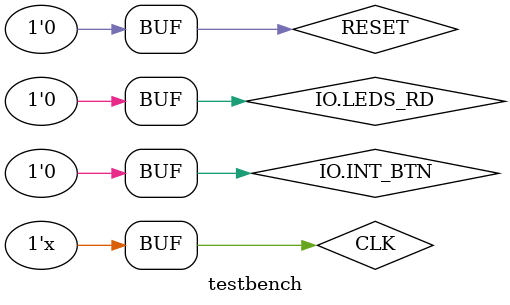
<source format=sv>
module testbench;

logic       CLK, RESET;
logic [7:0] leds;
if_io       IO();

always
   begin
   #10ns;
   CLK = ~CLK;
   end

initial
   begin
   CLK = 0;
   RESET = 1;
   #100ns;
   RESET = 0;
   end


assign IO.INT_BTN = 0;
assign IO.LEDS_RD = 0;

always@(posedge CLK)
   if(IO.LEDS_WE) leds <= IO.LEDS_WD[7:0];

mcpu the_cpu(CLK, RESET, IO);

endmodule

</source>
